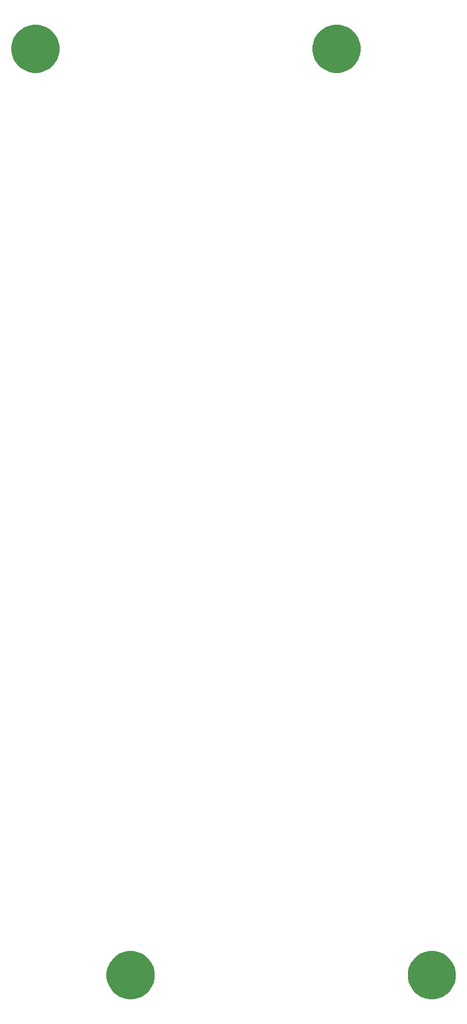
<source format=gbr>
G04 #@! TF.GenerationSoftware,KiCad,Pcbnew,(5.1.5)-2*
G04 #@! TF.CreationDate,2020-06-07T05:43:36+12:00*
G04 #@! TF.ProjectId,JVCard-panel,4a564361-7264-42d7-9061-6e656c2e6b69,rev?*
G04 #@! TF.SameCoordinates,Original*
G04 #@! TF.FileFunction,Soldermask,Bot*
G04 #@! TF.FilePolarity,Negative*
%FSLAX46Y46*%
G04 Gerber Fmt 4.6, Leading zero omitted, Abs format (unit mm)*
G04 Created by KiCad (PCBNEW (5.1.5)-2) date 2020-06-07 05:43:36*
%MOMM*%
%LPD*%
G04 APERTURE LIST*
%ADD10C,0.100000*%
G04 APERTURE END LIST*
D10*
G36*
X-87891290Y-144345070D02*
G01*
X-87199553Y-144631597D01*
X-87199552Y-144631598D01*
X-86577004Y-145047571D01*
X-86047571Y-145577004D01*
X-85769626Y-145992978D01*
X-85631597Y-146199553D01*
X-85345070Y-146891290D01*
X-85199000Y-147625633D01*
X-85199000Y-148374367D01*
X-85345070Y-149108710D01*
X-85631597Y-149800447D01*
X-85631598Y-149800448D01*
X-86047571Y-150422996D01*
X-86577004Y-150952429D01*
X-86992978Y-151230374D01*
X-87199553Y-151368403D01*
X-87891290Y-151654930D01*
X-88625633Y-151801000D01*
X-89374367Y-151801000D01*
X-90108710Y-151654930D01*
X-90800447Y-151368403D01*
X-91007022Y-151230374D01*
X-91422996Y-150952429D01*
X-91952429Y-150422996D01*
X-92368402Y-149800448D01*
X-92368403Y-149800447D01*
X-92654930Y-149108710D01*
X-92801000Y-148374367D01*
X-92801000Y-147625633D01*
X-92654930Y-146891290D01*
X-92368403Y-146199553D01*
X-92230374Y-145992978D01*
X-91952429Y-145577004D01*
X-91422996Y-145047571D01*
X-90800448Y-144631598D01*
X-90800447Y-144631597D01*
X-90108710Y-144345070D01*
X-89374367Y-144199000D01*
X-88625633Y-144199000D01*
X-87891290Y-144345070D01*
G37*
G36*
X-135391290Y-144345070D02*
G01*
X-134699553Y-144631597D01*
X-134699552Y-144631598D01*
X-134077004Y-145047571D01*
X-133547571Y-145577004D01*
X-133269626Y-145992978D01*
X-133131597Y-146199553D01*
X-132845070Y-146891290D01*
X-132699000Y-147625633D01*
X-132699000Y-148374367D01*
X-132845070Y-149108710D01*
X-133131597Y-149800447D01*
X-133131598Y-149800448D01*
X-133547571Y-150422996D01*
X-134077004Y-150952429D01*
X-134492978Y-151230374D01*
X-134699553Y-151368403D01*
X-135391290Y-151654930D01*
X-136125633Y-151801000D01*
X-136874367Y-151801000D01*
X-137608710Y-151654930D01*
X-138300447Y-151368403D01*
X-138507022Y-151230374D01*
X-138922996Y-150952429D01*
X-139452429Y-150422996D01*
X-139868402Y-149800448D01*
X-139868403Y-149800447D01*
X-140154930Y-149108710D01*
X-140301000Y-148374367D01*
X-140301000Y-147625633D01*
X-140154930Y-146891290D01*
X-139868403Y-146199553D01*
X-139730374Y-145992978D01*
X-139452429Y-145577004D01*
X-138922996Y-145047571D01*
X-138300448Y-144631598D01*
X-138300447Y-144631597D01*
X-137608710Y-144345070D01*
X-136874367Y-144199000D01*
X-136125633Y-144199000D01*
X-135391290Y-144345070D01*
G37*
G36*
X-102891290Y1654930D02*
G01*
X-102199553Y1368403D01*
X-102199552Y1368402D01*
X-101577004Y952429D01*
X-101047571Y422996D01*
X-100769626Y7022D01*
X-100631597Y-199553D01*
X-100345070Y-891290D01*
X-100199000Y-1625633D01*
X-100199000Y-2374367D01*
X-100345070Y-3108710D01*
X-100631597Y-3800447D01*
X-100631598Y-3800448D01*
X-101047571Y-4422996D01*
X-101577004Y-4952429D01*
X-101992978Y-5230374D01*
X-102199553Y-5368403D01*
X-102891290Y-5654930D01*
X-103625633Y-5801000D01*
X-104374367Y-5801000D01*
X-105108710Y-5654930D01*
X-105800447Y-5368403D01*
X-106007022Y-5230374D01*
X-106422996Y-4952429D01*
X-106952429Y-4422996D01*
X-107368402Y-3800448D01*
X-107368403Y-3800447D01*
X-107654930Y-3108710D01*
X-107801000Y-2374367D01*
X-107801000Y-1625633D01*
X-107654930Y-891290D01*
X-107368403Y-199553D01*
X-107230374Y7022D01*
X-106952429Y422996D01*
X-106422996Y952429D01*
X-105800448Y1368402D01*
X-105800447Y1368403D01*
X-105108710Y1654930D01*
X-104374367Y1801000D01*
X-103625633Y1801000D01*
X-102891290Y1654930D01*
G37*
G36*
X-150391290Y1654930D02*
G01*
X-149699553Y1368403D01*
X-149699552Y1368402D01*
X-149077004Y952429D01*
X-148547571Y422996D01*
X-148269626Y7022D01*
X-148131597Y-199553D01*
X-147845070Y-891290D01*
X-147699000Y-1625633D01*
X-147699000Y-2374367D01*
X-147845070Y-3108710D01*
X-148131597Y-3800447D01*
X-148131598Y-3800448D01*
X-148547571Y-4422996D01*
X-149077004Y-4952429D01*
X-149492978Y-5230374D01*
X-149699553Y-5368403D01*
X-150391290Y-5654930D01*
X-151125633Y-5801000D01*
X-151874367Y-5801000D01*
X-152608710Y-5654930D01*
X-153300447Y-5368403D01*
X-153507022Y-5230374D01*
X-153922996Y-4952429D01*
X-154452429Y-4422996D01*
X-154868402Y-3800448D01*
X-154868403Y-3800447D01*
X-155154930Y-3108710D01*
X-155301000Y-2374367D01*
X-155301000Y-1625633D01*
X-155154930Y-891290D01*
X-154868403Y-199553D01*
X-154730374Y7022D01*
X-154452429Y422996D01*
X-153922996Y952429D01*
X-153300448Y1368402D01*
X-153300447Y1368403D01*
X-152608710Y1654930D01*
X-151874367Y1801000D01*
X-151125633Y1801000D01*
X-150391290Y1654930D01*
G37*
M02*

</source>
